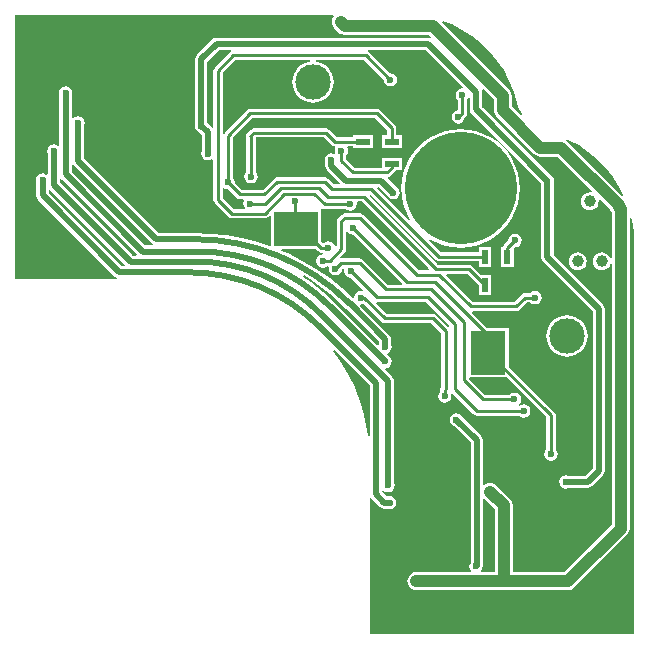
<source format=gtl>
G04 Layer_Physical_Order=1*
G04 Layer_Color=255*
%FSAX25Y25*%
%MOIN*%
G70*
G01*
G75*
%ADD10C,0.01969*%
%ADD11R,0.02165X0.04724*%
%ADD12R,0.04724X0.02165*%
%ADD13R,0.14567X0.11811*%
%ADD14R,0.11811X0.14567*%
%ADD15C,0.01000*%
%ADD16C,0.03937*%
%ADD17C,0.03902*%
%ADD18C,0.11811*%
%ADD19C,0.37402*%
%ADD20C,0.02362*%
%ADD21C,0.02500*%
G36*
X0127416Y0213372D02*
X0128137Y0212890D01*
X0128988Y0212721D01*
X0129039Y0212731D01*
X0145306Y0196464D01*
X0145115Y0196002D01*
X0140645D01*
X0132235Y0204412D01*
X0131739Y0204744D01*
X0131154Y0204860D01*
X0125051D01*
X0124891Y0204828D01*
X0124645Y0205289D01*
X0126133Y0206777D01*
X0126464Y0207273D01*
X0126581Y0207858D01*
Y0213722D01*
X0127081Y0213874D01*
X0127416Y0213372D01*
D02*
G37*
G36*
X0117277Y0207171D02*
X0117773Y0206839D01*
X0118358Y0206722D01*
X0118799D01*
X0118860Y0206634D01*
X0118632Y0206082D01*
X0118098Y0205976D01*
X0117376Y0205494D01*
X0116894Y0204772D01*
X0116725Y0203921D01*
X0116894Y0203070D01*
X0117376Y0202349D01*
X0118098Y0201867D01*
X0118949Y0201697D01*
X0119800Y0201867D01*
X0120521Y0202349D01*
X0120866Y0202024D01*
X0120964Y0201892D01*
X0120859Y0201362D01*
X0121028Y0200511D01*
X0121510Y0199790D01*
X0122232Y0199308D01*
X0123083Y0199138D01*
X0123934Y0199308D01*
X0124655Y0199790D01*
X0125137Y0200511D01*
X0125306Y0201362D01*
X0125718Y0201465D01*
X0126057Y0200976D01*
X0125977Y0200575D01*
X0126146Y0199724D01*
X0126628Y0199002D01*
X0127350Y0198520D01*
X0128201Y0198351D01*
X0128252Y0198361D01*
X0132315Y0194297D01*
X0132069Y0193836D01*
X0131547Y0193940D01*
X0130696Y0193771D01*
X0129975Y0193289D01*
X0129493Y0192568D01*
X0129337Y0191783D01*
X0129112Y0191646D01*
X0128845Y0191557D01*
X0125300Y0194858D01*
X0121117Y0198228D01*
X0116705Y0201292D01*
X0112086Y0204033D01*
X0107282Y0206437D01*
X0105073Y0207352D01*
X0105171Y0207842D01*
X0116605D01*
X0117277Y0207171D01*
D02*
G37*
G36*
X0056910Y0206209D02*
X0056718Y0205748D01*
X0055614D01*
X0031208Y0230153D01*
Y0231251D01*
X0031637Y0231408D01*
X0031708Y0231411D01*
X0056910Y0206209D01*
D02*
G37*
G36*
X0052935Y0202704D02*
X0052728Y0202204D01*
X0051873D01*
X0027468Y0226610D01*
Y0227464D01*
X0027968Y0227671D01*
X0052935Y0202704D01*
D02*
G37*
G36*
X0134445Y0162532D02*
Y0145712D01*
X0133945Y0145681D01*
X0133724Y0147454D01*
X0133708Y0147502D01*
X0133708Y0147553D01*
X0132706Y0152330D01*
X0132686Y0152377D01*
X0132681Y0152428D01*
X0131289Y0157106D01*
X0131265Y0157151D01*
X0131256Y0157201D01*
X0129482Y0161748D01*
X0129454Y0161791D01*
X0129441Y0161841D01*
X0127297Y0166226D01*
X0127267Y0166266D01*
X0127250Y0166314D01*
X0124751Y0170507D01*
X0124717Y0170545D01*
X0124696Y0170592D01*
X0122243Y0174027D01*
X0122626Y0174352D01*
X0134445Y0162532D01*
D02*
G37*
G36*
X0176191Y0121185D02*
Y0100222D01*
X0171806D01*
X0171603Y0100722D01*
X0171988Y0101299D01*
X0172157Y0102150D01*
X0172135Y0102258D01*
X0172153Y0102346D01*
Y0124563D01*
X0172653Y0124723D01*
X0176191Y0121185D01*
D02*
G37*
G36*
X0161137Y0182405D02*
X0161101Y0182158D01*
X0160570Y0181982D01*
X0156644Y0185908D01*
X0156148Y0186240D01*
X0155563Y0186356D01*
X0140252D01*
X0136702Y0189906D01*
X0136808Y0190221D01*
X0136931Y0190384D01*
X0153158D01*
X0161137Y0182405D01*
D02*
G37*
G36*
X0114531Y0197909D02*
X0118708Y0195009D01*
X0122667Y0191819D01*
X0126027Y0188691D01*
X0126364Y0188330D01*
X0126364Y0188330D01*
X0126716Y0187978D01*
X0126716Y0187978D01*
X0137595Y0177099D01*
Y0176276D01*
X0137564Y0176229D01*
X0137525Y0176035D01*
X0137046Y0175890D01*
X0122984Y0189952D01*
X0122638Y0190313D01*
X0122638Y0190313D01*
X0118939Y0193733D01*
X0114982Y0196852D01*
X0112195Y0198714D01*
X0112461Y0199137D01*
X0114531Y0197909D01*
D02*
G37*
G36*
X0088447Y0273839D02*
X0088442Y0273838D01*
X0087946Y0273507D01*
X0082828Y0268389D01*
X0082497Y0267892D01*
X0082380Y0267307D01*
Y0248539D01*
X0081880Y0248379D01*
X0080463Y0249796D01*
X0080452Y0249851D01*
X0080421Y0249898D01*
Y0270406D01*
X0084354Y0274339D01*
X0088398D01*
X0088447Y0273839D01*
D02*
G37*
G36*
X0200704Y0244366D02*
X0204166Y0242518D01*
X0207420Y0240325D01*
X0210432Y0237809D01*
X0213169Y0234997D01*
X0215603Y0231918D01*
X0217708Y0228606D01*
X0219080Y0225857D01*
X0218669Y0225561D01*
X0200397Y0243834D01*
X0200070Y0244085D01*
X0200321Y0244522D01*
X0200704Y0244366D01*
D02*
G37*
G36*
X0161776Y0282780D02*
X0165287Y0281027D01*
X0168599Y0278922D01*
X0171678Y0276488D01*
X0174490Y0273751D01*
X0177006Y0270739D01*
X0179200Y0267485D01*
X0181047Y0264023D01*
X0182529Y0260389D01*
X0183648Y0256562D01*
X0183659Y0256540D01*
X0183662Y0256515D01*
X0184356Y0254456D01*
X0184412Y0254358D01*
X0184447Y0254251D01*
X0185268Y0252780D01*
X0184865Y0252475D01*
X0181785Y0255555D01*
Y0259039D01*
X0181683Y0259814D01*
X0181508Y0260237D01*
X0181384Y0260536D01*
X0180909Y0261157D01*
X0158637Y0283428D01*
X0158914Y0283858D01*
X0161776Y0282780D01*
D02*
G37*
G36*
X0122511Y0285469D02*
X0122261Y0285143D01*
X0121962Y0284421D01*
X0121860Y0283646D01*
X0121962Y0282871D01*
X0122261Y0282149D01*
X0122737Y0281528D01*
X0124065Y0280201D01*
X0124685Y0279725D01*
X0124984Y0279601D01*
X0125407Y0279426D01*
X0126182Y0279324D01*
X0154272D01*
X0154904Y0278692D01*
X0154632Y0278257D01*
X0153988Y0278385D01*
X0083516D01*
X0082741Y0278231D01*
X0082085Y0277793D01*
X0076967Y0272675D01*
X0076529Y0272018D01*
X0076375Y0271244D01*
Y0249898D01*
X0076343Y0249851D01*
X0076174Y0249000D01*
X0076343Y0248149D01*
X0076825Y0247428D01*
X0077547Y0246945D01*
X0077602Y0246934D01*
X0078540Y0245997D01*
Y0240646D01*
X0078508Y0240599D01*
X0078339Y0239748D01*
X0078508Y0238897D01*
X0078991Y0238176D01*
X0079712Y0237693D01*
X0080563Y0237524D01*
X0081414Y0237693D01*
X0081880Y0238005D01*
X0082380Y0237738D01*
Y0224394D01*
X0082497Y0223808D01*
X0082828Y0223312D01*
X0087552Y0218588D01*
X0088049Y0218256D01*
X0088634Y0218140D01*
X0099461D01*
X0100046Y0218256D01*
X0100542Y0218588D01*
X0101148Y0219194D01*
X0101610Y0219003D01*
Y0209156D01*
X0101205Y0208864D01*
X0097223Y0210189D01*
X0092019Y0211517D01*
X0086733Y0212471D01*
X0081392Y0213045D01*
X0076024Y0213237D01*
Y0213228D01*
X0064275D01*
X0039279Y0238224D01*
Y0249086D01*
X0039310Y0249133D01*
X0039480Y0249984D01*
X0039310Y0250835D01*
X0038828Y0251557D01*
X0038107Y0252039D01*
X0037256Y0252208D01*
X0036405Y0252039D01*
X0035683Y0251557D01*
X0035645Y0251500D01*
X0035145Y0251651D01*
Y0259125D01*
X0035177Y0259173D01*
X0035346Y0260024D01*
X0035177Y0260875D01*
X0034694Y0261596D01*
X0033973Y0262078D01*
X0033122Y0262247D01*
X0032271Y0262078D01*
X0031550Y0261596D01*
X0031067Y0260875D01*
X0030898Y0260024D01*
X0031067Y0259173D01*
X0031099Y0259125D01*
Y0242428D01*
X0030599Y0242214D01*
X0030036Y0242590D01*
X0029185Y0242759D01*
X0028334Y0242590D01*
X0027613Y0242108D01*
X0027130Y0241386D01*
X0026961Y0240535D01*
X0027130Y0239684D01*
X0027162Y0239637D01*
Y0232967D01*
X0026662Y0232700D01*
X0026296Y0232944D01*
X0025445Y0233114D01*
X0024594Y0232944D01*
X0023872Y0232462D01*
X0023390Y0231741D01*
X0023221Y0230890D01*
X0023390Y0230039D01*
X0023422Y0229992D01*
Y0225772D01*
X0023576Y0224997D01*
X0024014Y0224341D01*
X0049605Y0198750D01*
X0050192Y0198358D01*
X0050183Y0198078D01*
X0050109Y0197858D01*
X0016429D01*
Y0285969D01*
X0122265D01*
X0122511Y0285469D01*
D02*
G37*
G36*
X0165596Y0261893D02*
X0165336Y0261446D01*
X0164555Y0261291D01*
X0163833Y0260809D01*
X0163351Y0260087D01*
X0163182Y0259236D01*
X0163351Y0258385D01*
X0163833Y0257664D01*
X0163876Y0257635D01*
Y0254146D01*
X0163177Y0254007D01*
X0162455Y0253525D01*
X0161973Y0252804D01*
X0161804Y0251953D01*
X0161973Y0251102D01*
X0162455Y0250380D01*
X0163177Y0249898D01*
X0164028Y0249729D01*
X0164879Y0249898D01*
X0165600Y0250380D01*
X0166082Y0251102D01*
X0166218Y0251783D01*
X0166487Y0252052D01*
X0166818Y0252549D01*
X0166935Y0253134D01*
Y0257635D01*
X0166978Y0257664D01*
X0167410Y0258310D01*
X0167730Y0258290D01*
X0167910Y0258227D01*
Y0254512D01*
X0168064Y0253738D01*
X0168502Y0253081D01*
X0191686Y0229897D01*
X0191697Y0229842D01*
X0191729Y0229795D01*
Y0205102D01*
X0191883Y0204328D01*
X0192321Y0203672D01*
X0208855Y0187138D01*
Y0134877D01*
X0206300Y0132322D01*
X0200752D01*
X0200705Y0132354D01*
X0199854Y0132523D01*
X0199003Y0132354D01*
X0198282Y0131872D01*
X0197800Y0131150D01*
X0197631Y0130299D01*
X0197800Y0129448D01*
X0198282Y0128727D01*
X0199003Y0128245D01*
X0199854Y0128075D01*
X0200705Y0128245D01*
X0200752Y0128276D01*
X0207138D01*
X0207912Y0128430D01*
X0208568Y0128869D01*
X0212309Y0132609D01*
X0212747Y0133265D01*
X0212901Y0134039D01*
Y0187976D01*
X0212747Y0188751D01*
X0212309Y0189407D01*
X0195775Y0205940D01*
Y0229795D01*
X0195807Y0229842D01*
X0195976Y0230693D01*
X0195807Y0231544D01*
X0195324Y0232265D01*
X0194603Y0232747D01*
X0194547Y0232758D01*
X0171956Y0255350D01*
Y0260417D01*
X0171828Y0261061D01*
X0172263Y0261333D01*
X0175797Y0257799D01*
Y0254315D01*
X0175899Y0253540D01*
X0176198Y0252818D01*
X0176674Y0252198D01*
X0189273Y0239599D01*
X0189893Y0239124D01*
X0190615Y0238824D01*
X0191390Y0238722D01*
X0197039D01*
X0208525Y0227236D01*
X0208292Y0226763D01*
X0207866Y0226819D01*
X0207096Y0226717D01*
X0206378Y0226420D01*
X0205762Y0225947D01*
X0205289Y0225331D01*
X0204991Y0224613D01*
X0204890Y0223843D01*
X0204991Y0223072D01*
X0205289Y0222354D01*
X0205762Y0221738D01*
X0206378Y0221265D01*
X0207096Y0220968D01*
X0207866Y0220866D01*
X0208636Y0220968D01*
X0209354Y0221265D01*
X0209971Y0221738D01*
X0210444Y0222354D01*
X0210741Y0223072D01*
X0210842Y0223843D01*
X0210786Y0224268D01*
X0211260Y0224502D01*
X0214730Y0221032D01*
X0214966Y0220462D01*
X0215167Y0220200D01*
Y0204881D01*
X0214667Y0204781D01*
X0214440Y0205331D01*
X0213967Y0205947D01*
X0213350Y0206420D01*
X0212632Y0206717D01*
X0211862Y0206819D01*
X0211092Y0206717D01*
X0210374Y0206420D01*
X0209758Y0205947D01*
X0209285Y0205331D01*
X0208987Y0204613D01*
X0208886Y0203842D01*
X0208987Y0203072D01*
X0209285Y0202354D01*
X0209758Y0201738D01*
X0210374Y0201265D01*
X0211092Y0200968D01*
X0211862Y0200866D01*
X0212632Y0200968D01*
X0213350Y0201265D01*
X0213967Y0201738D01*
X0214440Y0202354D01*
X0214667Y0202904D01*
X0215167Y0202804D01*
Y0115988D01*
X0199401Y0100222D01*
X0182179D01*
Y0122425D01*
X0182077Y0123200D01*
X0181778Y0123922D01*
X0181302Y0124542D01*
X0176775Y0129070D01*
X0176154Y0129546D01*
X0175432Y0129845D01*
X0174657Y0129947D01*
X0173882Y0129845D01*
X0173160Y0129546D01*
X0172653Y0129156D01*
X0172153Y0129323D01*
Y0144275D01*
X0171999Y0145050D01*
X0171561Y0145706D01*
X0165503Y0151764D01*
X0165491Y0151820D01*
X0165009Y0152541D01*
X0164288Y0153023D01*
X0163437Y0153192D01*
X0162586Y0153023D01*
X0161864Y0152541D01*
X0161382Y0151820D01*
X0161213Y0150969D01*
X0161382Y0150117D01*
X0161864Y0149396D01*
X0162586Y0148914D01*
X0162642Y0148903D01*
X0168107Y0143438D01*
Y0103342D01*
X0167878Y0103001D01*
X0167709Y0102150D01*
X0167878Y0101299D01*
X0168263Y0100722D01*
X0168060Y0100222D01*
X0150051D01*
X0149276Y0100120D01*
X0148554Y0099821D01*
X0147934Y0099345D01*
X0147458Y0098725D01*
X0147159Y0098003D01*
X0147057Y0097228D01*
X0147159Y0096453D01*
X0147458Y0095731D01*
X0147934Y0095111D01*
X0148554Y0094635D01*
X0149276Y0094336D01*
X0150051Y0094234D01*
X0200642D01*
X0201417Y0094336D01*
X0202139Y0094635D01*
X0202759Y0095111D01*
X0220279Y0112631D01*
X0220754Y0113251D01*
X0221054Y0113973D01*
X0221156Y0114748D01*
Y0218291D01*
X0221651Y0218355D01*
X0221843Y0217627D01*
X0222446Y0213749D01*
X0222650Y0209799D01*
Y0079748D01*
X0134539D01*
Y0124778D01*
X0135034Y0124930D01*
X0135039Y0124930D01*
X0137991Y0121979D01*
X0138647Y0121540D01*
X0139421Y0121386D01*
X0140295D01*
X0140342Y0121355D01*
X0141193Y0121186D01*
X0142044Y0121355D01*
X0142765Y0121837D01*
X0143247Y0122558D01*
X0143417Y0123409D01*
X0143247Y0124260D01*
X0142765Y0124982D01*
X0142044Y0125464D01*
X0141193Y0125633D01*
X0140342Y0125464D01*
X0140295Y0125433D01*
X0140259D01*
X0138700Y0126992D01*
X0138739Y0127150D01*
X0139306Y0127361D01*
X0139751Y0127064D01*
X0140602Y0126894D01*
X0141453Y0127064D01*
X0142175Y0127546D01*
X0142657Y0128267D01*
X0142826Y0129118D01*
X0142657Y0129969D01*
X0142625Y0130016D01*
Y0163901D01*
X0142472Y0164675D01*
X0142033Y0165331D01*
X0139599Y0167766D01*
X0139802Y0168269D01*
X0140469Y0168402D01*
X0141191Y0168884D01*
X0141673Y0169606D01*
X0141842Y0170457D01*
X0141673Y0171308D01*
X0141191Y0172029D01*
X0140469Y0172511D01*
X0140260Y0172817D01*
X0140445Y0173319D01*
X0140469Y0173323D01*
X0141191Y0173805D01*
X0141673Y0174527D01*
X0141842Y0175378D01*
X0141673Y0176229D01*
X0141641Y0176276D01*
Y0177937D01*
X0141487Y0178711D01*
X0141049Y0179367D01*
X0131357Y0189060D01*
X0131617Y0189506D01*
X0132398Y0189662D01*
X0132531Y0189751D01*
X0138537Y0183745D01*
X0139033Y0183414D01*
X0139618Y0183297D01*
X0154929D01*
X0158364Y0179862D01*
Y0162008D01*
X0158087Y0161593D01*
X0157971Y0161008D01*
Y0160444D01*
X0157928Y0160415D01*
X0157445Y0159694D01*
X0157276Y0158843D01*
X0157445Y0157992D01*
X0157928Y0157270D01*
X0158649Y0156788D01*
X0159500Y0156619D01*
X0160351Y0156788D01*
X0161073Y0157270D01*
X0161555Y0157992D01*
X0161724Y0158843D01*
X0161571Y0159610D01*
X0161786Y0159808D01*
X0161984Y0159905D01*
X0169049Y0152840D01*
X0169545Y0152508D01*
X0170130Y0152392D01*
X0184277D01*
X0184305Y0152349D01*
X0185027Y0151867D01*
X0185878Y0151697D01*
X0186729Y0151867D01*
X0187450Y0152349D01*
X0187933Y0153070D01*
X0188102Y0153921D01*
X0187933Y0154772D01*
X0187450Y0155494D01*
X0186729Y0155976D01*
X0185878Y0156145D01*
X0185027Y0155976D01*
X0184427Y0155575D01*
X0184205Y0155621D01*
X0184108Y0156117D01*
X0184120Y0156165D01*
X0184301Y0156286D01*
X0184783Y0157007D01*
X0184952Y0157858D01*
X0184783Y0158709D01*
X0184301Y0159431D01*
X0183579Y0159913D01*
X0182728Y0160082D01*
X0181877Y0159913D01*
X0181156Y0159431D01*
X0181127Y0159388D01*
X0172929D01*
X0167690Y0164626D01*
X0167897Y0165126D01*
X0180187D01*
X0193404Y0151910D01*
Y0141152D01*
X0193361Y0141124D01*
X0192878Y0140402D01*
X0192709Y0139551D01*
X0192878Y0138700D01*
X0193361Y0137979D01*
X0194082Y0137497D01*
X0194933Y0137327D01*
X0195784Y0137497D01*
X0196505Y0137979D01*
X0196988Y0138700D01*
X0197157Y0139551D01*
X0196988Y0140402D01*
X0196505Y0141124D01*
X0196462Y0141152D01*
Y0152543D01*
X0196346Y0153129D01*
X0196014Y0153625D01*
X0180972Y0168667D01*
Y0181693D01*
X0173655D01*
X0168614Y0186734D01*
X0168821Y0187234D01*
X0183319D01*
X0183904Y0187351D01*
X0184400Y0187682D01*
X0186905Y0190187D01*
X0188017D01*
X0188046Y0190144D01*
X0188767Y0189662D01*
X0189618Y0189493D01*
X0190469Y0189662D01*
X0191191Y0190144D01*
X0191673Y0190866D01*
X0191842Y0191717D01*
X0191673Y0192568D01*
X0191191Y0193289D01*
X0190469Y0193771D01*
X0189618Y0193940D01*
X0188767Y0193771D01*
X0188046Y0193289D01*
X0188017Y0193246D01*
X0186272D01*
X0185686Y0193130D01*
X0185190Y0192798D01*
X0182685Y0190293D01*
X0168795D01*
X0159914Y0199174D01*
X0160105Y0199636D01*
X0166937D01*
X0170803Y0195770D01*
Y0192488D01*
X0174969D01*
Y0199213D01*
X0171686D01*
X0168652Y0202247D01*
X0168156Y0202578D01*
X0167571Y0202695D01*
X0157378D01*
X0134506Y0225567D01*
X0134670Y0226109D01*
X0134741Y0226123D01*
X0156647Y0204218D01*
X0157143Y0203886D01*
X0157728Y0203770D01*
X0170803D01*
Y0201937D01*
X0174969D01*
Y0208661D01*
X0170803D01*
Y0206829D01*
X0158362D01*
X0154378Y0210812D01*
X0154697Y0211200D01*
X0154943Y0211036D01*
X0157260Y0209894D01*
X0159705Y0209064D01*
X0162238Y0208560D01*
X0164815Y0208391D01*
X0167392Y0208560D01*
X0169925Y0209064D01*
X0172370Y0209894D01*
X0174687Y0211036D01*
X0176834Y0212471D01*
X0178775Y0214173D01*
X0180478Y0216115D01*
X0181913Y0218262D01*
X0183055Y0220579D01*
X0183885Y0223024D01*
X0184389Y0225557D01*
X0184558Y0228134D01*
X0184389Y0230711D01*
X0183885Y0233244D01*
X0183055Y0235689D01*
X0181913Y0238005D01*
X0180478Y0240153D01*
X0178775Y0242094D01*
X0176834Y0243797D01*
X0174687Y0245232D01*
X0172370Y0246374D01*
X0169925Y0247204D01*
X0167392Y0247708D01*
X0164815Y0247877D01*
X0162238Y0247708D01*
X0159705Y0247204D01*
X0157260Y0246374D01*
X0154943Y0245232D01*
X0152796Y0243797D01*
X0150855Y0242094D01*
X0149152Y0240153D01*
X0147717Y0238005D01*
X0146575Y0235689D01*
X0145745Y0233244D01*
X0145241Y0230711D01*
X0145072Y0228134D01*
X0145241Y0225557D01*
X0145745Y0223024D01*
X0146575Y0220579D01*
X0147717Y0218262D01*
X0147882Y0218016D01*
X0147493Y0217697D01*
X0137074Y0228116D01*
X0137261Y0228593D01*
X0137636Y0228633D01*
X0140308Y0225960D01*
X0140320Y0225905D01*
X0140802Y0225183D01*
X0141523Y0224701D01*
X0142374Y0224532D01*
X0143225Y0224701D01*
X0143947Y0225183D01*
X0144429Y0225905D01*
X0144598Y0226756D01*
X0144429Y0227607D01*
X0143947Y0228328D01*
X0143225Y0228810D01*
X0143169Y0228821D01*
X0140552Y0231439D01*
X0140717Y0231981D01*
X0140991Y0232036D01*
X0141487Y0232367D01*
X0142904Y0233785D01*
X0143130Y0234122D01*
X0145185D01*
Y0238287D01*
X0138461D01*
Y0234978D01*
X0129425D01*
X0126581Y0237822D01*
Y0239131D01*
X0126624Y0239160D01*
X0127106Y0239881D01*
X0127275Y0240732D01*
X0127106Y0241583D01*
X0127018Y0241715D01*
X0127254Y0242156D01*
X0129012D01*
Y0241602D01*
X0135736D01*
Y0245768D01*
X0129012D01*
Y0245214D01*
X0123519D01*
X0121014Y0247719D01*
X0120518Y0248051D01*
X0119933Y0248167D01*
X0095917D01*
X0095332Y0248051D01*
X0094836Y0247719D01*
X0093655Y0246538D01*
X0093323Y0246042D01*
X0093207Y0245457D01*
X0093323Y0244871D01*
X0093404Y0244751D01*
Y0233672D01*
X0093361Y0233643D01*
X0092879Y0232922D01*
X0092709Y0232071D01*
X0092879Y0231220D01*
X0093361Y0230498D01*
X0094082Y0230016D01*
X0094933Y0229847D01*
X0095784Y0230016D01*
X0096505Y0230498D01*
X0096988Y0231220D01*
X0097157Y0232071D01*
X0096988Y0232922D01*
X0096505Y0233643D01*
X0096462Y0233672D01*
Y0245020D01*
X0096551Y0245108D01*
X0119300D01*
X0121804Y0242604D01*
X0122301Y0242272D01*
X0122790Y0242175D01*
X0123092Y0241726D01*
X0122997Y0241583D01*
X0122827Y0240732D01*
X0122982Y0239954D01*
X0122816Y0239770D01*
X0122577Y0239623D01*
X0122556Y0239637D01*
X0121705Y0239807D01*
X0120854Y0239637D01*
X0120132Y0239155D01*
X0119650Y0238434D01*
X0119481Y0237583D01*
X0119650Y0236732D01*
X0119682Y0236685D01*
Y0235614D01*
X0119836Y0234840D01*
X0120274Y0234184D01*
X0124529Y0229928D01*
X0124338Y0229466D01*
X0122535D01*
X0120621Y0231381D01*
X0120125Y0231712D01*
X0119539Y0231829D01*
X0103560D01*
X0102975Y0231712D01*
X0102479Y0231381D01*
X0098793Y0227695D01*
X0091826D01*
X0089470Y0230051D01*
X0089480Y0230102D01*
X0089310Y0230953D01*
X0088828Y0231675D01*
X0088785Y0231704D01*
Y0245020D01*
X0095370Y0251604D01*
X0136380D01*
X0140293Y0247691D01*
Y0245768D01*
X0138461D01*
Y0241602D01*
X0145185D01*
Y0245768D01*
X0143352D01*
Y0248325D01*
X0143236Y0248910D01*
X0142904Y0249406D01*
X0138095Y0254215D01*
X0137599Y0254547D01*
X0137014Y0254663D01*
X0094736D01*
X0094151Y0254547D01*
X0093655Y0254215D01*
X0086174Y0246735D01*
X0085939Y0246382D01*
X0085439Y0246534D01*
Y0266674D01*
X0089661Y0270896D01*
X0114461D01*
X0114485Y0270396D01*
X0114249Y0270373D01*
X0112947Y0269978D01*
X0111747Y0269336D01*
X0110696Y0268473D01*
X0109833Y0267422D01*
X0109192Y0266222D01*
X0108797Y0264921D01*
X0108663Y0263567D01*
X0108797Y0262213D01*
X0109192Y0260911D01*
X0109833Y0259712D01*
X0110696Y0258660D01*
X0111747Y0257797D01*
X0112947Y0257156D01*
X0114249Y0256761D01*
X0115602Y0256628D01*
X0116956Y0256761D01*
X0118258Y0257156D01*
X0119457Y0257797D01*
X0120509Y0258660D01*
X0121372Y0259712D01*
X0122013Y0260911D01*
X0122408Y0262213D01*
X0122541Y0263567D01*
X0122408Y0264921D01*
X0122013Y0266222D01*
X0121372Y0267422D01*
X0120509Y0268473D01*
X0119457Y0269336D01*
X0118258Y0269978D01*
X0116956Y0270373D01*
X0116719Y0270396D01*
X0116744Y0270896D01*
X0132685D01*
X0139176Y0264405D01*
X0139166Y0264354D01*
X0139335Y0263503D01*
X0139817Y0262782D01*
X0140539Y0262300D01*
X0141390Y0262130D01*
X0142241Y0262300D01*
X0142962Y0262782D01*
X0143444Y0263503D01*
X0143614Y0264354D01*
X0143444Y0265205D01*
X0142962Y0265927D01*
X0142241Y0266409D01*
X0141390Y0266578D01*
X0141339Y0266568D01*
X0134400Y0273507D01*
X0133904Y0273838D01*
X0133899Y0273839D01*
X0133949Y0274339D01*
X0153150D01*
X0165596Y0261893D01*
D02*
G37*
G36*
X0154390Y0201357D02*
X0154199Y0200895D01*
X0150910D01*
X0132432Y0219373D01*
X0131936Y0219704D01*
X0131350Y0219821D01*
X0126232D01*
X0125647Y0219704D01*
X0125151Y0219373D01*
X0123970Y0218192D01*
X0123638Y0217695D01*
X0123522Y0217110D01*
Y0208889D01*
X0123352Y0208763D01*
X0122800Y0208976D01*
X0122775Y0209103D01*
X0122293Y0209824D01*
X0121572Y0210307D01*
X0120721Y0210476D01*
X0119869Y0210307D01*
X0119148Y0209824D01*
X0118708Y0210065D01*
X0118177Y0210596D01*
Y0221326D01*
X0118677Y0221591D01*
X0118954Y0221406D01*
X0119539Y0221289D01*
X0126403D01*
X0126431Y0221246D01*
X0127153Y0220764D01*
X0128004Y0220595D01*
X0128855Y0220764D01*
X0129576Y0221246D01*
X0130059Y0221968D01*
X0130228Y0222819D01*
X0130122Y0223348D01*
X0130495Y0223849D01*
X0131898D01*
X0154390Y0201357D01*
D02*
G37*
G36*
X0035825Y0235955D02*
X0062006Y0209774D01*
X0062276Y0209594D01*
X0062124Y0209094D01*
X0059747D01*
X0035145Y0233696D01*
Y0236073D01*
X0035645Y0236225D01*
X0035825Y0235955D01*
D02*
G37*
G36*
X0086405Y0228048D02*
X0087256Y0227878D01*
X0087307Y0227889D01*
X0090112Y0225084D01*
X0090608Y0224752D01*
X0091193Y0224636D01*
X0092397D01*
X0092665Y0224136D01*
X0092485Y0223867D01*
X0092316Y0223016D01*
X0092485Y0222165D01*
X0092796Y0221699D01*
X0092529Y0221199D01*
X0089267D01*
X0085439Y0225027D01*
Y0228092D01*
X0085939Y0228359D01*
X0086405Y0228048D01*
D02*
G37*
%LPC*%
G36*
X0182925Y0213035D02*
X0182074Y0212865D01*
X0181353Y0212384D01*
X0180871Y0211662D01*
X0180701Y0210811D01*
X0180711Y0210760D01*
X0179285Y0209333D01*
X0178953Y0208837D01*
X0178918Y0208661D01*
X0178283D01*
Y0201937D01*
X0182449D01*
Y0208172D01*
X0182874Y0208597D01*
X0182925Y0208587D01*
X0183776Y0208756D01*
X0184498Y0209239D01*
X0184980Y0209960D01*
X0185149Y0210811D01*
X0184980Y0211662D01*
X0184498Y0212384D01*
X0183776Y0212865D01*
X0182925Y0213035D01*
D02*
G37*
G36*
X0203870Y0206819D02*
X0203100Y0206717D01*
X0202382Y0206420D01*
X0201765Y0205947D01*
X0201293Y0205331D01*
X0200995Y0204613D01*
X0200894Y0203842D01*
X0200995Y0203072D01*
X0201293Y0202354D01*
X0201765Y0201738D01*
X0202382Y0201265D01*
X0203100Y0200968D01*
X0203870Y0200866D01*
X0204640Y0200968D01*
X0205358Y0201265D01*
X0205975Y0201738D01*
X0206448Y0202354D01*
X0206745Y0203072D01*
X0206846Y0203842D01*
X0206745Y0204613D01*
X0206448Y0205331D01*
X0205975Y0205947D01*
X0205358Y0206420D01*
X0204640Y0206717D01*
X0203870Y0206819D01*
D02*
G37*
G36*
X0200248Y0185860D02*
X0198894Y0185727D01*
X0197593Y0185332D01*
X0196393Y0184691D01*
X0195341Y0183828D01*
X0194478Y0182776D01*
X0193837Y0181577D01*
X0193442Y0180275D01*
X0193309Y0178921D01*
X0193442Y0177568D01*
X0193837Y0176266D01*
X0194478Y0175066D01*
X0195341Y0174015D01*
X0196393Y0173152D01*
X0197593Y0172511D01*
X0198894Y0172116D01*
X0200248Y0171982D01*
X0201602Y0172116D01*
X0202903Y0172511D01*
X0204103Y0173152D01*
X0205155Y0174015D01*
X0206017Y0175066D01*
X0206659Y0176266D01*
X0207054Y0177568D01*
X0207187Y0178921D01*
X0207054Y0180275D01*
X0206659Y0181577D01*
X0206017Y0182776D01*
X0205155Y0183828D01*
X0204103Y0184691D01*
X0202903Y0185332D01*
X0201602Y0185727D01*
X0200248Y0185860D01*
D02*
G37*
%LPD*%
D10*
X0117979Y0181859D02*
G03*
X0073746Y0200181I-0044233J-0044233D01*
G01*
X0118072Y0186432D02*
G03*
X0076323Y0203724I-0041749J-0041749D01*
G01*
X0121200Y0188875D02*
G03*
X0077271Y0207071I-0043929J-0043929D01*
G01*
X0127794Y0189761D02*
G03*
X0076024Y0211205I-0051770J-0051770D01*
G01*
X0163437Y0150969D02*
X0170130Y0144275D01*
Y0102346D02*
Y0144275D01*
X0169933Y0102150D02*
X0170130Y0102346D01*
X0118072Y0186432D02*
X0140602Y0163901D01*
Y0129118D02*
Y0163901D01*
X0121200Y0188875D02*
X0139618Y0170457D01*
X0037256Y0237386D02*
Y0249984D01*
X0025445Y0225772D02*
Y0230890D01*
X0029185Y0229315D02*
Y0240535D01*
Y0229315D02*
X0054776Y0203724D01*
X0076323D01*
X0033122Y0232858D02*
Y0260024D01*
Y0232858D02*
X0058909Y0207071D01*
X0077271D01*
X0037256Y0237386D02*
X0063437Y0211205D01*
X0076024D01*
X0025445Y0225772D02*
X0051035Y0200181D01*
X0073746D01*
X0127794Y0189761D02*
X0139618Y0177937D01*
Y0175378D02*
Y0177937D01*
X0078398Y0249000D02*
Y0271244D01*
X0083516Y0276362D01*
X0153988D02*
X0169933Y0260417D01*
Y0254512D02*
Y0260417D01*
Y0254512D02*
X0193752Y0230693D01*
X0083516Y0276362D02*
X0153988D01*
X0193752Y0205102D02*
Y0230693D01*
Y0205102D02*
X0210878Y0187976D01*
Y0134039D02*
Y0187976D01*
X0207138Y0130299D02*
X0210878Y0134039D01*
X0199854Y0130299D02*
X0207138D01*
X0080563Y0239748D02*
Y0246835D01*
X0078398Y0249000D02*
X0080563Y0246835D01*
X0121705Y0235614D02*
Y0237583D01*
Y0235614D02*
X0126626Y0230693D01*
X0138437D01*
X0142374Y0226756D01*
X0139421Y0123409D02*
X0141193D01*
X0136469Y0126362D02*
X0139421Y0123409D01*
X0117979Y0181859D02*
X0136469Y0163370D01*
Y0126362D02*
Y0163370D01*
D11*
X0172886Y0195850D02*
D03*
X0176626D02*
D03*
X0180366D02*
D03*
X0172886Y0205299D02*
D03*
X0176626D02*
D03*
X0180366D02*
D03*
D12*
X0132374Y0243685D02*
D03*
Y0239945D02*
D03*
Y0236205D02*
D03*
X0141823Y0243685D02*
D03*
Y0239945D02*
D03*
Y0236205D02*
D03*
D13*
X0109894Y0238370D02*
D03*
Y0214748D02*
D03*
D14*
X0174067Y0173409D02*
D03*
X0150445D02*
D03*
D15*
X0141823Y0243685D02*
Y0248325D01*
X0137014Y0253134D02*
X0141823Y0248325D01*
X0094736Y0253134D02*
X0137014D01*
X0087256Y0245654D02*
X0094736Y0253134D01*
X0087256Y0230102D02*
Y0245654D01*
X0094933Y0232071D02*
Y0245260D01*
X0094736Y0245457D02*
X0094933Y0245260D01*
X0094736Y0245457D02*
X0095917Y0246638D01*
X0165799Y0164354D02*
Y0183646D01*
Y0164354D02*
X0172295Y0157858D01*
X0182728D01*
X0162846Y0161205D02*
Y0182858D01*
X0174067Y0173409D02*
Y0179118D01*
X0162846Y0161205D02*
X0170130Y0153921D01*
X0185878D01*
X0109894Y0214748D02*
X0111862D01*
X0122886Y0243685D02*
X0132374D01*
X0119933Y0246638D02*
X0122886Y0243685D01*
X0095917Y0246638D02*
X0119933D01*
X0167571Y0201165D02*
X0172886Y0195850D01*
X0156744Y0201165D02*
X0167571D01*
X0109500Y0215142D02*
Y0223803D01*
Y0215142D02*
X0109894Y0214748D01*
X0087256Y0230102D02*
X0091193Y0226165D01*
X0128201Y0200575D02*
X0136862Y0191913D01*
X0153791D01*
X0162846Y0182858D01*
X0154972Y0194472D02*
X0165799Y0183646D01*
X0147000Y0196933D02*
X0156252D01*
X0174067Y0179118D01*
X0111862Y0214748D02*
X0118358Y0208252D01*
X0120721D01*
X0131154Y0203331D02*
X0140012Y0194472D01*
X0154972D01*
X0125051Y0203331D02*
X0131154D01*
X0123083Y0201362D02*
X0125051Y0203331D01*
X0118949Y0203921D02*
X0121114D01*
X0125051Y0207858D01*
Y0217110D01*
X0126232Y0218291D01*
X0131350D01*
X0150276Y0199365D01*
X0157560D01*
X0168161Y0188764D01*
X0183319D01*
X0180366Y0205299D02*
Y0208252D01*
X0182925Y0210811D01*
X0164028Y0251953D02*
X0164224D01*
X0128988Y0214945D02*
X0147000Y0196933D01*
X0132531Y0225378D02*
X0156744Y0201165D01*
X0083909Y0224394D02*
X0088634Y0219669D01*
X0083909Y0224394D02*
Y0267307D01*
X0174067Y0173409D02*
X0194933Y0152543D01*
Y0139551D02*
Y0152543D01*
X0183319Y0188764D02*
X0186272Y0191717D01*
X0189618D01*
X0131547D02*
X0132728D01*
X0139618Y0184827D01*
X0155563D01*
X0159894Y0180496D01*
Y0161401D02*
Y0180496D01*
X0159500Y0158843D02*
Y0161008D01*
X0159894Y0161401D01*
X0083909Y0267307D02*
X0089028Y0272425D01*
X0133319D01*
X0141390Y0264354D01*
X0164224Y0251953D02*
X0165405Y0253134D01*
Y0259236D01*
X0157728Y0205299D02*
X0172886D01*
X0125051Y0237189D02*
Y0240732D01*
X0141823Y0234866D02*
Y0236205D01*
X0125051Y0237189D02*
X0128791Y0233449D01*
X0140405D01*
X0141823Y0234866D01*
X0116074Y0226284D02*
X0119539Y0222819D01*
X0128004D01*
X0117571Y0228331D02*
X0120524Y0225378D01*
X0132531D01*
X0119539Y0230299D02*
X0121902Y0227937D01*
X0135090D01*
X0157728Y0205299D01*
X0088634Y0219669D02*
X0099461D01*
X0106076Y0226284D01*
X0116074D01*
X0094539Y0223016D02*
X0099461D01*
X0104776Y0228331D01*
X0117571D01*
X0103560Y0230299D02*
X0119539D01*
X0099426Y0226165D02*
X0103560Y0230299D01*
X0091193Y0226165D02*
X0099426D01*
D16*
X0124854Y0283646D02*
X0126182Y0282318D01*
X0155512D01*
X0178791Y0259039D01*
X0200642Y0097228D02*
X0218161Y0114748D01*
X0150051Y0097228D02*
X0150445D01*
X0200642D01*
X0174657Y0126953D02*
X0179185Y0122425D01*
Y0097228D02*
Y0122425D01*
X0178791Y0254315D02*
Y0259039D01*
Y0254315D02*
X0191390Y0241717D01*
X0217559Y0221960D02*
Y0222437D01*
Y0221960D02*
X0218161Y0221357D01*
Y0114748D02*
Y0221357D01*
X0191390Y0241717D02*
X0198280D01*
X0217559Y0222437D01*
D17*
X0203870Y0203842D02*
D03*
X0207866Y0223843D02*
D03*
X0211862Y0203842D02*
D03*
D18*
X0200248Y0178921D02*
D03*
X0115602Y0263567D02*
D03*
D19*
X0164815Y0228134D02*
D03*
D20*
X0144539Y0233055D02*
D03*
X0148083Y0242110D02*
D03*
X0110090Y0249787D02*
D03*
X0094933Y0232071D02*
D03*
X0124854Y0283646D02*
D03*
X0150445Y0097228D02*
D03*
X0174657Y0126953D02*
D03*
X0163437Y0150969D02*
D03*
X0169933Y0102150D02*
D03*
X0025445Y0230890D02*
D03*
X0029185Y0240535D02*
D03*
X0140602Y0129118D02*
D03*
X0037256Y0249984D02*
D03*
X0139618Y0170457D02*
D03*
X0033122Y0260024D02*
D03*
X0182728Y0157858D02*
D03*
X0185878Y0153921D02*
D03*
X0128201Y0200575D02*
D03*
X0087256Y0230102D02*
D03*
X0109500Y0223803D02*
D03*
X0094539Y0223016D02*
D03*
X0120721Y0208252D02*
D03*
X0123083Y0201362D02*
D03*
X0118949Y0203921D02*
D03*
X0182925Y0210811D02*
D03*
X0164028Y0251953D02*
D03*
X0128988Y0214945D02*
D03*
X0128004Y0222819D02*
D03*
X0141390Y0264354D02*
D03*
X0139618Y0175378D02*
D03*
X0194933Y0139551D02*
D03*
X0189618Y0191717D02*
D03*
X0131547D02*
D03*
X0159500Y0158843D02*
D03*
X0078398Y0249000D02*
D03*
X0165405Y0259236D02*
D03*
X0193752Y0230693D02*
D03*
X0199854Y0130299D02*
D03*
X0142374Y0226756D02*
D03*
X0080563Y0239748D02*
D03*
X0125051Y0240732D02*
D03*
X0121705Y0237583D02*
D03*
X0105760Y0233055D02*
D03*
X0141193Y0123409D02*
D03*
D21*
X0088240Y0252937D02*
D03*
X0220500Y0105000D02*
D03*
X0217000Y0098000D02*
D03*
X0220500Y0091000D02*
D03*
X0210000Y0196000D02*
D03*
Y0126000D02*
D03*
X0213500Y0119000D02*
D03*
X0210000Y0098000D02*
D03*
X0203000Y0168000D02*
D03*
X0206500Y0147000D02*
D03*
X0203000Y0126000D02*
D03*
X0206500Y0119000D02*
D03*
X0203000Y0084000D02*
D03*
X0196000Y0168000D02*
D03*
Y0126000D02*
D03*
X0199500Y0091000D02*
D03*
X0196000Y0084000D02*
D03*
X0189000Y0224000D02*
D03*
Y0210000D02*
D03*
X0192500Y0189000D02*
D03*
X0189000Y0182000D02*
D03*
X0192500Y0175000D02*
D03*
X0189000Y0140000D02*
D03*
X0192500Y0091000D02*
D03*
X0189000Y0084000D02*
D03*
X0185500Y0217000D02*
D03*
Y0091000D02*
D03*
X0182000Y0084000D02*
D03*
X0178500Y0091000D02*
D03*
X0175000Y0084000D02*
D03*
X0171500Y0273000D02*
D03*
Y0091000D02*
D03*
X0168000Y0084000D02*
D03*
X0164500Y0091000D02*
D03*
X0161000Y0084000D02*
D03*
X0157500Y0091000D02*
D03*
X0154000Y0084000D02*
D03*
X0150500Y0091000D02*
D03*
X0147000Y0084000D02*
D03*
X0143500Y0119000D02*
D03*
X0140000Y0112000D02*
D03*
X0143500Y0105000D02*
D03*
X0140000Y0098000D02*
D03*
X0133000Y0266000D02*
D03*
X0136500Y0119000D02*
D03*
Y0105000D02*
D03*
X0126000Y0266000D02*
D03*
X0129500Y0259000D02*
D03*
X0122500D02*
D03*
X0105000Y0266000D02*
D03*
X0108500Y0259000D02*
D03*
X0098000Y0266000D02*
D03*
X0101500Y0259000D02*
D03*
X0094500D02*
D03*
X0087500D02*
D03*
X0080500Y0231000D02*
D03*
Y0217000D02*
D03*
X0073500Y0273000D02*
D03*
X0070000Y0266000D02*
D03*
X0073500Y0259000D02*
D03*
X0070000Y0252000D02*
D03*
X0073500Y0245000D02*
D03*
X0070000Y0238000D02*
D03*
X0073500Y0231000D02*
D03*
X0070000Y0224000D02*
D03*
X0063000Y0280000D02*
D03*
X0066500Y0259000D02*
D03*
X0063000Y0252000D02*
D03*
X0066500Y0245000D02*
D03*
X0063000Y0238000D02*
D03*
X0066500Y0231000D02*
D03*
X0063000Y0224000D02*
D03*
X0056000Y0280000D02*
D03*
X0049000D02*
D03*
X0042000D02*
D03*
X0035000D02*
D03*
X0038500Y0273000D02*
D03*
X0035000Y0266000D02*
D03*
Y0210000D02*
D03*
X0038500Y0203000D02*
D03*
X0031500Y0273000D02*
D03*
X0028000Y0266000D02*
D03*
Y0252000D02*
D03*
X0024500Y0273000D02*
D03*
X0021000Y0266000D02*
D03*
X0024500Y0259000D02*
D03*
X0021000Y0252000D02*
D03*
X0024500Y0245000D02*
D03*
X0021000Y0238000D02*
D03*
Y0224000D02*
D03*
X0024500Y0217000D02*
D03*
M02*

</source>
